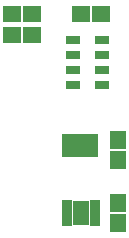
<source format=gbr>
G04 #@! TF.GenerationSoftware,KiCad,Pcbnew,5.0.0-fee4fd1~65~ubuntu16.04.1*
G04 #@! TF.CreationDate,2018-07-27T11:23:51-07:00*
G04 #@! TF.ProjectId,fk-weather-sensors,666B2D776561746865722D73656E736F,rev?*
G04 #@! TF.SameCoordinates,Original*
G04 #@! TF.FileFunction,Soldermask,Top*
G04 #@! TF.FilePolarity,Negative*
%FSLAX46Y46*%
G04 Gerber Fmt 4.6, Leading zero omitted, Abs format (unit mm)*
G04 Created by KiCad (PCBNEW 5.0.0-fee4fd1~65~ubuntu16.04.1) date Fri Jul 27 11:23:51 2018*
%MOMM*%
%LPD*%
G01*
G04 APERTURE LIST*
%ADD10R,1.300000X0.700000*%
%ADD11R,0.950000X0.650000*%
%ADD12R,1.400000X2.100000*%
%ADD13R,1.600000X0.750000*%
%ADD14R,1.500000X1.400000*%
%ADD15R,1.400000X1.500000*%
G04 APERTURE END LIST*
D10*
G04 #@! TO.C,U1*
X148818600Y-107908400D03*
X148818600Y-109158400D03*
X148818600Y-110408400D03*
X148818600Y-111658400D03*
X151318600Y-111658400D03*
X151318600Y-110408400D03*
X151318600Y-109158400D03*
X151318600Y-107908400D03*
G04 #@! TD*
D11*
G04 #@! TO.C,U3*
X148336000Y-121793000D03*
X148336000Y-122293000D03*
X148336000Y-122793000D03*
X148336000Y-123293000D03*
X150686000Y-123293000D03*
X150686000Y-122793000D03*
X150686000Y-122293000D03*
X150686000Y-121793000D03*
D12*
X149511000Y-122543000D03*
G04 #@! TD*
D13*
G04 #@! TO.C,U2*
X148681600Y-116149600D03*
X148681600Y-116799600D03*
X148681600Y-117449600D03*
X150181600Y-117449600D03*
X150181600Y-116799600D03*
X150181600Y-116149600D03*
G04 #@! TD*
D14*
G04 #@! TO.C,C1*
X145376000Y-107442000D03*
X143676000Y-107442000D03*
G04 #@! TD*
G04 #@! TO.C,C2*
X145376000Y-105664000D03*
X143676000Y-105664000D03*
G04 #@! TD*
D15*
G04 #@! TO.C,C3*
X152654000Y-116371000D03*
X152654000Y-118071000D03*
G04 #@! TD*
D14*
G04 #@! TO.C,C4*
X149518000Y-105664000D03*
X151218000Y-105664000D03*
G04 #@! TD*
D15*
G04 #@! TO.C,C5*
X152654000Y-123405000D03*
X152654000Y-121705000D03*
G04 #@! TD*
M02*

</source>
